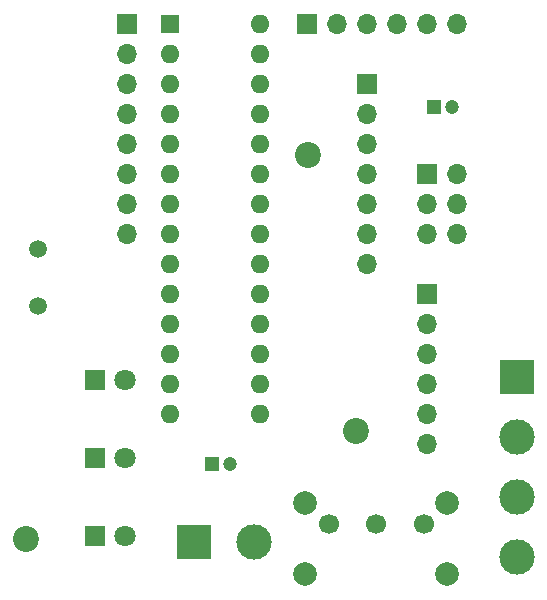
<source format=gbs>
G04 #@! TF.GenerationSoftware,KiCad,Pcbnew,(5.1.2)-1*
G04 #@! TF.CreationDate,2019-06-09T10:24:48-07:00*
G04 #@! TF.ProjectId,gen3basic,67656e33-6261-4736-9963-2e6b69636164,v1.0a*
G04 #@! TF.SameCoordinates,PX3072580PY2a640d0*
G04 #@! TF.FileFunction,Soldermask,Bot*
G04 #@! TF.FilePolarity,Negative*
%FSLAX46Y46*%
G04 Gerber Fmt 4.6, Leading zero omitted, Abs format (unit mm)*
G04 Created by KiCad (PCBNEW (5.1.2)-1) date 2019-06-09 10:24:48*
%MOMM*%
%LPD*%
G04 APERTURE LIST*
%ADD10O,1.700000X1.700000*%
%ADD11R,1.700000X1.700000*%
%ADD12C,3.000000*%
%ADD13R,3.000000X3.000000*%
%ADD14C,1.700000*%
%ADD15C,2.000000*%
%ADD16C,2.200000*%
%ADD17C,1.500000*%
%ADD18C,1.800000*%
%ADD19R,1.800000X1.800000*%
%ADD20O,1.600000X1.600000*%
%ADD21R,1.600000X1.600000*%
%ADD22C,1.200000*%
%ADD23R,1.200000X1.200000*%
G04 APERTURE END LIST*
D10*
X40005000Y-1905000D03*
X37465000Y-1905000D03*
X34925000Y-1905000D03*
X32385000Y-1905000D03*
X29845000Y-1905000D03*
D11*
X27305000Y-1905000D03*
D12*
X22860000Y-45720000D03*
D13*
X17780000Y-45720000D03*
D14*
X37210000Y-44196000D03*
X33210000Y-44196000D03*
X29210000Y-44196000D03*
D15*
X27210000Y-48446000D03*
X39210000Y-48446000D03*
X39210000Y-42446000D03*
X27210000Y-42446000D03*
D16*
X31496000Y-36322000D03*
X27432000Y-12954000D03*
X3556000Y-45466000D03*
D17*
X4572000Y-20901000D03*
X4572000Y-25781000D03*
D10*
X32385000Y-22225000D03*
X32385000Y-19685000D03*
X32385000Y-17145000D03*
X32385000Y-14605000D03*
X32385000Y-12065000D03*
X32385000Y-9525000D03*
D11*
X32385000Y-6985000D03*
D10*
X37465000Y-37465000D03*
X37465000Y-34925000D03*
X37465000Y-32385000D03*
X37465000Y-29845000D03*
X37465000Y-27305000D03*
D11*
X37465000Y-24765000D03*
D18*
X11938000Y-38608000D03*
D19*
X9398000Y-38608000D03*
D18*
X11938000Y-32004000D03*
D19*
X9398000Y-32004000D03*
D18*
X11938000Y-45212000D03*
D19*
X9398000Y-45212000D03*
D20*
X23368000Y-1905000D03*
X15748000Y-34925000D03*
X23368000Y-4445000D03*
X15748000Y-32385000D03*
X23368000Y-6985000D03*
X15748000Y-29845000D03*
X23368000Y-9525000D03*
X15748000Y-27305000D03*
X23368000Y-12065000D03*
X15748000Y-24765000D03*
X23368000Y-14605000D03*
X15748000Y-22225000D03*
X23368000Y-17145000D03*
X15748000Y-19685000D03*
X23368000Y-19685000D03*
X15748000Y-17145000D03*
X23368000Y-22225000D03*
X15748000Y-14605000D03*
X23368000Y-24765000D03*
X15748000Y-12065000D03*
X23368000Y-27305000D03*
X15748000Y-9525000D03*
X23368000Y-29845000D03*
X15748000Y-6985000D03*
X23368000Y-32385000D03*
X15748000Y-4445000D03*
X23368000Y-34925000D03*
D21*
X15748000Y-1905000D03*
D12*
X45085000Y-46990000D03*
D13*
X45085000Y-31750000D03*
D12*
X45085000Y-41910000D03*
X45085000Y-36830000D03*
D10*
X12065000Y-19685000D03*
X12065000Y-17145000D03*
X12065000Y-14605000D03*
X12065000Y-12065000D03*
X12065000Y-9525000D03*
X12065000Y-6985000D03*
X12065000Y-4445000D03*
D11*
X12065000Y-1905000D03*
D10*
X40005000Y-19685000D03*
X37465000Y-19685000D03*
X40005000Y-17145000D03*
X37465000Y-17145000D03*
X40005000Y-14605000D03*
D11*
X37465000Y-14605000D03*
D22*
X39600000Y-8890000D03*
D23*
X38100000Y-8890000D03*
X19304000Y-39116000D03*
D22*
X20804000Y-39116000D03*
M02*

</source>
